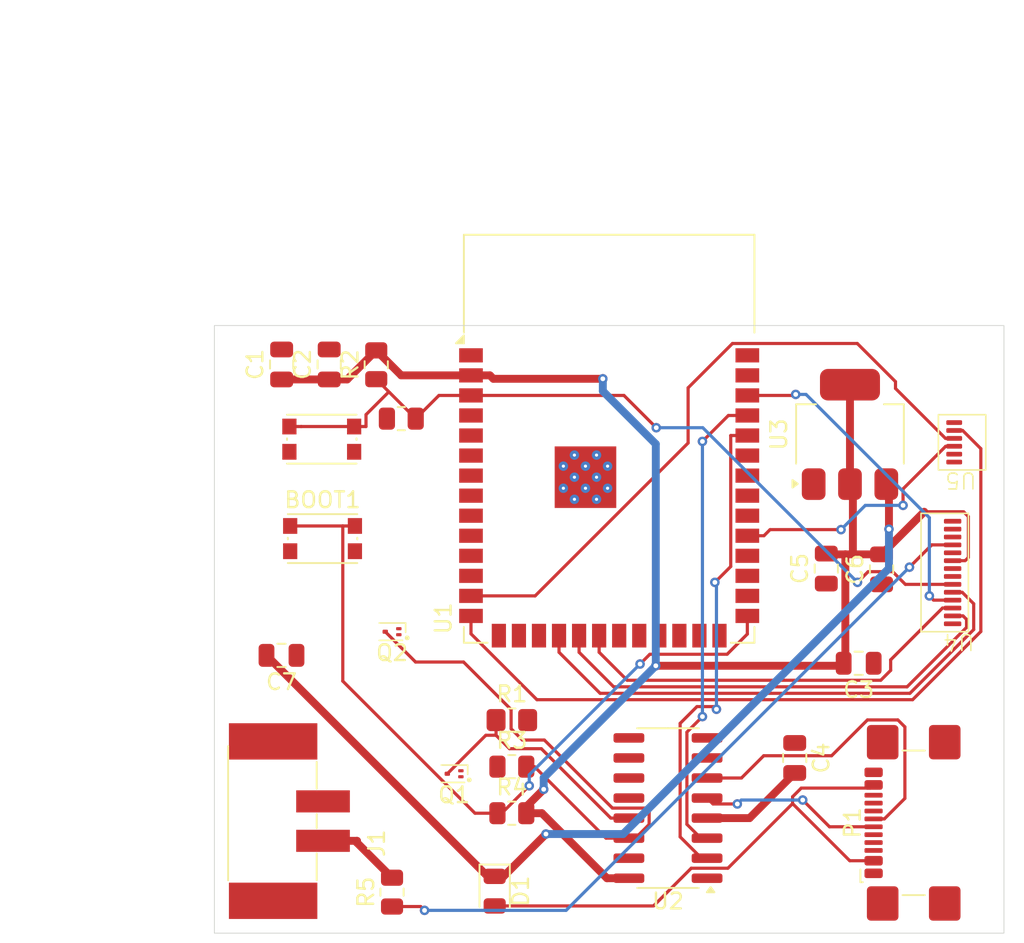
<source format=kicad_pcb>
(kicad_pcb (version 20240108) (generator "pcbnew") (generator_version "8.0")
  (layers (0 "F.Cu" signal) (31 "B.Cu" signal) (34 "B.Paste" user) (35 "F.Paste" user) (36 "B.SilkS" user "B.Silkscreen") (37 "F.SilkS" user "F.Silkscreen") (38 "B.Mask" user) (39 "F.Mask" user) (44 "Edge.Cuts" user))
  (net 0 "")
  (net 2 "3v3")
  (net 12 "Net-(J1-Pin_2)")
  (net 14 "Net-(J1-Pin_1)")
  (net 15 "Net-(U4-LEDA)")
  (net 16 "MCU_TX0")
  (net 21 "MCU_RX0")
  (net 23 "FSPI_CS")
  (net 28 "TFT_DC")
  (net 34 "TOUCH_INT")
  (net 35 "FSPID_MOSI")
  (net 37 "MCU_EN")
  (net 38 "GND")
  (net 39 "Net-(EN1-Pad1)")
  (net 47 "IO0")
  (net 48 "Net-(U2-V3)")
  (net 49 "Net-(D1-A)")
  (net 50 "VBUS")
  (net 53 "Net-(Q2-E)")
  (net 54 "Net-(Q2-B)")
  (net 55 "Net-(Q1-E)")
  (net 56 "Net-(Q1-B)")
  (net 57 "Net-(P1-D-)")
  (net 58 "Net-(P1-D+)")
  (net 59 "FSPI_CLK")
  (net 60 "FT0x05_SDA")
  (net 61 "FT0x05_SCL")
  (footprint "Resistor_SMD:R_0805_2012Metric" (layer "F.Cu") (at 152.5875 86)
    (property "Reference" "R10" (hide yes))
    (property "Value" "R")
    (fp_line (start -0.227064 -0.735) (end 0.227064 -0.735) (stroke (width 0.12)) (layer "F.SilkS"))
    (fp_line (start -0.227064 0.735) (end 0.227064 0.735) (stroke (width 0.12)) (layer "F.SilkS"))
    (pad "1" smd roundrect (at -0.9125 0) (size 1.025 1.4) (layers "F.Cu" "F.Paste" "F.Mask") (roundrect_rratio 0.243902) (net 39 "Net-(EN1-Pad1)"))
    (pad "2" smd roundrect (at 0.9125 0) (size 1.025 1.4) (layers "F.Cu" "F.Paste" "F.Mask") (roundrect_rratio 0.243902) (net 37 "MCU_EN"))
  )
  (footprint "Capacitor_SMD:C_0805_2012Metric" (layer "F.Cu") (at 177.5 107.5 -90)
    (property "Reference" "C4" (at 0 -1.68 90) (layer "F.SilkS"))
    (property "Value" "0.1u")
    (fp_line (start -0.261252 0.735) (end 0.261252 0.735) (stroke (width 0.12)) (layer "F.SilkS"))
    (fp_line (start -0.261252 -0.735) (end 0.261252 -0.735) (stroke (width 0.12)) (layer "F.SilkS"))
    (pad "1" smd roundrect (at -0.95 0 270) (size 1 1.45) (layers "F.Cu" "F.Paste" "F.Mask") (net 38 "GND"))
    (pad "2" smd roundrect (at 0.95 0 270) (size 1 1.45) (layers "F.Cu" "F.Paste" "F.Mask") (net 48 "Net-(U2-V3)"))
  )
  (footprint "Capacitor_SMD:C_0805_2012Metric" (layer "F.Cu") (at 145.01 82.5675 90)
    (property "Reference" "C1" (at 0 -1.68 -90) (layer "F.SilkS"))
    (property "Value" "0.1u")
    (fp_line (start -0.261252 -0.735) (end 0.261252 -0.735) (stroke (width 0.12)) (layer "F.SilkS"))
    (fp_line (start -0.261252 0.735) (end 0.261252 0.735) (stroke (width 0.12)) (layer "F.SilkS"))
    (pad "1" smd roundrect (at -0.95 0 90) (size 1 1.45) (layers "F.Cu" "F.Paste" "F.Mask") (net 2 "3v3"))
    (pad "2" smd roundrect (at 0.95 0 90) (size 1 1.45) (layers "F.Cu" "F.Paste" "F.Mask") (net 38 "GND"))
  )
  (footprint "RF_Module:ESP32-S3-WROOM-1" (layer "F.Cu") (at 165.75 87.25)
    (property "Reference" "U1" (at -10.5 11.4 90) (layer "F.SilkS"))
    (property "Value" "ESP32-S3-WROOM-1")
    (fp_line (start -9.2 -12.9) (end -9.2 -6.7) (stroke (width 0.12)) (layer "F.SilkS"))
    (fp_line (start -9.2 -12.9) (end 9.2 -12.9) (stroke (width 0.12)) (layer "F.SilkS"))
    (fp_line (start -9.2 11.95) (end -9.2 12.95) (stroke (width 0.12)) (layer "F.SilkS"))
    (fp_line (start -9.2 12.95) (end -7.7 12.95) (stroke (width 0.12)) (layer "F.SilkS"))
    (fp_line (start 9.2 -12.9) (end 9.2 -6.7) (stroke (width 0.12)) (layer "F.SilkS"))
    (fp_line (start 9.2 12.95) (end 7.7 12.95) (stroke (width 0.12)) (layer "F.SilkS"))
    (fp_line (start 9.2 12.95) (end 9.2 11.95) (stroke (width 0.12)) (layer "F.SilkS"))
    (fp_poly (pts (xy -9.2 -6.025) (xy -9.7 -6.025) (xy -9.2 -6.525) (xy -9.2 -6.025)) (stroke (width 0.12)) (fill solid) (layer "F.SilkS"))
    (pad "1" smd rect (at -8.75 -5.26) (size 1.5 0.9) (layers "F.Cu" "F.Paste" "F.Mask") (net 38 "GND"))
    (pad "2" smd rect (at -8.75 -3.99) (size 1.5 0.9) (layers "F.Cu" "F.Paste" "F.Mask") (net 2 "3v3"))
    (pad "3" smd rect (at -8.75 -2.72) (size 1.5 0.9) (layers "F.Cu" "F.Paste" "F.Mask") (net 37 "MCU_EN"))
    (pad "4" smd rect (at -8.75 -1.45) (size 1.5 0.9) (layers "F.Cu" "F.Paste" "F.Mask"))
    (pad "5" smd rect (at -8.75 -0.18) (size 1.5 0.9) (layers "F.Cu" "F.Paste" "F.Mask"))
    (pad "6" smd rect (at -8.75 1.09) (size 1.5 0.9) (layers "F.Cu" "F.Paste" "F.Mask"))
    (pad "7" smd rect (at -8.75 2.36) (size 1.5 0.9) (layers "F.Cu" "F.Paste" "F.Mask"))
    (pad "8" smd rect (at -8.75 3.63) (size 1.5 0.9) (layers "F.Cu" "F.Paste" "F.Mask"))
    (pad "9" smd rect (at -8.75 4.9) (size 1.5 0.9) (layers "F.Cu" "F.Paste" "F.Mask"))
    (pad "10" smd rect (at -8.75 6.17) (size 1.5 0.9) (layers "F.Cu" "F.Paste" "F.Mask"))
    (pad "11" smd rect (at -8.75 7.44) (size 1.5 0.9) (layers "F.Cu" "F.Paste" "F.Mask"))
    (pad "12" smd rect (at -8.75 8.71) (size 1.5 0.9) (layers "F.Cu" "F.Paste" "F.Mask"))
    (pad "13" smd rect (at -8.75 9.98) (size 1.5 0.9) (layers "F.Cu" "F.Paste" "F.Mask") (net 61 "FT0x05_SCL"))
    (pad "14" smd rect (at -8.75 11.25 180) (size 1.5 0.9) (layers "F.Cu" "F.Paste" "F.Mask") (net 60 "FT0x05_SDA"))
    (pad "15" smd rect (at -6.985 12.5 270) (size 1.5 0.9) (layers "F.Cu" "F.Paste" "F.Mask"))
    (pad "16" smd rect (at -5.715 12.5 270) (size 1.5 0.9) (layers "F.Cu" "F.Paste" "F.Mask"))
    (pad "17" smd rect (at -4.445 12.5 270) (size 1.5 0.9) (layers "F.Cu" "F.Paste" "F.Mask"))
    (pad "18" smd rect (at -3.175 12.5 270) (size 1.5 0.9) (layers "F.Cu" "F.Paste" "F.Mask") (net 23 "FSPI_CS"))
    (pad "19" smd rect (at -1.905 12.5 270) (size 1.5 0.9) (layers "F.Cu" "F.Paste" "F.Mask") (net 35 "FSPID_MOSI"))
    (pad "20" smd rect (at -0.635 12.5 270) (size 1.5 0.9) (layers "F.Cu" "F.Paste" "F.Mask") (net 59 "FSPI_CLK"))
    (pad "21" smd rect (at 0.635 12.5 270) (size 1.5 0.9) (layers "F.Cu" "F.Paste" "F.Mask"))
    (pad "22" smd rect (at 1.905 12.5 270) (size 1.5 0.9) (layers "F.Cu" "F.Paste" "F.Mask"))
    (pad "23" smd rect (at 3.175 12.5 270) (size 1.5 0.9) (layers "F.Cu" "F.Paste" "F.Mask"))
    (pad "24" smd rect (at 4.445 12.5 270) (size 1.5 0.9) (layers "F.Cu" "F.Paste" "F.Mask"))
    (pad "25" smd rect (at 5.715 12.5 270) (size 1.5 0.9) (layers "F.Cu" "F.Paste" "F.Mask"))
    (pad "26" smd rect (at 6.985 12.5 270) (size 1.5 0.9) (layers "F.Cu" "F.Paste" "F.Mask"))
    (pad "27" smd rect (at 8.75 11.25) (size 1.5 0.9) (layers "F.Cu" "F.Paste" "F.Mask") (net 47 "IO0"))
    (pad "28" smd rect (at 8.75 9.98) (size 1.5 0.9) (layers "F.Cu" "F.Paste" "F.Mask"))
    (pad "29" smd rect (at 8.75 8.71) (size 1.5 0.9) (layers "F.Cu" "F.Paste" "F.Mask"))
    (pad "30" smd rect (at 8.75 7.44) (size 1.5 0.9) (layers "F.Cu" "F.Paste" "F.Mask"))
    (pad "31" smd rect (at 8.75 6.17) (size 1.5 0.9) (layers "F.Cu" "F.Paste" "F.Mask") (net 34 "TOUCH_INT"))
    (pad "32" smd rect (at 8.75 4.9) (size 1.5 0.9) (layers "F.Cu" "F.Paste" "F.Mask"))
    (pad "33" smd rect (at 8.75 3.63) (size 1.5 0.9) (layers "F.Cu" "F.Paste" "F.Mask"))
    (pad "34" smd rect (at 8.75 2.36) (size 1.5 0.9) (layers "F.Cu" "F.Paste" "F.Mask"))
    (pad "35" smd rect (at 8.75 1.09) (size 1.5 0.9) (layers "F.Cu" "F.Paste" "F.Mask"))
    (pad "36" smd rect (at 8.75 -0.18) (size 1.5 0.9) (layers "F.Cu" "F.Paste" "F.Mask") (net 21 "MCU_RX0"))
    (pad "37" smd rect (at 8.75 -1.45) (size 1.5 0.9) (layers "F.Cu" "F.Paste" "F.Mask") (net 16 "MCU_TX0"))
    (pad "38" smd rect (at 8.75 -2.72) (size 1.5 0.9) (layers "F.Cu" "F.Paste" "F.Mask") (net 28 "TFT_DC"))
    (pad "39" smd rect (at 8.75 -3.99) (size 1.5 0.9) (layers "F.Cu" "F.Paste" "F.Mask"))
    (pad "40" smd rect (at 8.75 -5.26) (size 1.5 0.9) (layers "F.Cu" "F.Paste" "F.Mask") (net 38 "GND"))
    (pad "41" thru_hole circle (at -2.9 1.76 90) (size 0.6 0.6) (drill 0.2) (property pad_prop_heatsink) (layers "*.Cu" "F.Mask") (net 38 "GND"))
    (pad "41" thru_hole circle (at -2.9 3.16) (size 0.6 0.6) (drill 0.2) (property pad_prop_heatsink) (layers "*.Cu" "F.Mask") (net 38 "GND"))
    (pad "41" thru_hole circle (at -2.2 1.06) (size 0.6 0.6) (drill 0.2) (property pad_prop_heatsink) (layers "*.Cu" "F.Mask") (net 38 "GND"))
    (pad "41" thru_hole circle (at -2.2 2.46) (size 0.6 0.6) (drill 0.2) (property pad_prop_heatsink) (layers "*.Cu" "F.Mask") (net 38 "GND"))
    (pad "41" thru_hole circle (at -2.2 3.86) (size 0.6 0.6) (drill 0.2) (property pad_prop_heatsink) (layers "*.Cu" "F.Mask") (net 38 "GND"))
    (pad "41" thru_hole circle (at -1.5 1.76) (size 0.6 0.6) (drill 0.2) (property pad_prop_heatsink) (layers "*.Cu" "F.Mask") (net 38 "GND"))
    (pad "41" smd rect (at -1.5 2.46 270) (size 3.9 3.9) (layers "F.Cu" "F.Mask") (net 38 "GND"))
    (pad "41" thru_hole circle (at -1.5 3.16) (size 0.6 0.6) (drill 0.2) (property pad_prop_heatsink) (layers "*.Cu" "F.Mask") (net 38 "GND"))
    (pad "41" thru_hole circle (at -0.8 1.06) (size 0.6 0.6) (drill 0.2) (property pad_prop_heatsink) (layers "*.Cu" "F.Mask") (net 38 "GND"))
    (pad "41" thru_hole circle (at -0.8 2.46) (size 0.6 0.6) (drill 0.2) (property pad_prop_heatsink) (layers "*.Cu" "F.Mask") (net 38 "GND"))
    (pad "41" thru_hole circle (at -0.8 3.86) (size 0.6 0.6) (drill 0.2) (property pad_prop_heatsink) (layers "*.Cu" "F.Mask") (net 38 "GND"))
    (pad "41" thru_hole circle (at -0.1 1.76) (size 0.6 0.6) (drill 0.2) (property pad_prop_heatsink) (layers "*.Cu" "F.Mask") (net 38 "GND"))
    (pad "41" thru_hole circle (at -0.1 3.16) (size 0.6 0.6) (drill 0.2) (property pad_prop_heatsink) (layers "*.Cu" "F.Mask") (net 38 "GND"))
  )
  (footprint "ips_lcd_14_pin:fpc_14_0.5" (layer "F.Cu") (at 186.5 96 180)
    (property "Reference" "U4" (at -1.393142 -4.144339 180) (layer "F.SilkS") (effects (font (thickness 0.1))))
    (property "Value" "~" (hide yes))
    (fp_rect (start -2 -3.5) (end 1 4) (stroke (width 0.1)) (fill none) (layer "F.SilkS"))
    (pad "1" smd roundrect (at -1 -3 180) (size 1.1 0.3) (layers "F.Cu" "F.Paste" "F.Mask") (net 38 "GND"))
    (pad "2" smd roundrect (at -1 -2.5 180) (size 1.1 0.3) (layers "F.Cu" "F.Paste" "F.Mask") (net 35 "FSPID_MOSI"))
    (pad "3" smd roundrect (at -1 -2 180) (size 1.1 0.3) (layers "F.Cu" "F.Paste" "F.Mask") (net 59 "FSPI_CLK"))
    (pad "4" smd roundrect (at -1 -1.5 180) (size 1.1 0.3) (layers "F.Cu" "F.Paste" "F.Mask") (net 28 "TFT_DC"))
    (pad "5" smd roundrect (at -1 -1 180) (size 1.1 0.3) (layers "F.Cu" "F.Paste" "F.Mask") (net 23 "FSPI_CS"))
    (pad "6" smd roundrect (at -1 -0.5 180) (size 1.1 0.3) (layers "F.Cu" "F.Paste" "F.Mask") (net 37 "MCU_EN"))
    (pad "7" smd roundrect (at -1 0 180) (size 1.1 0.3) (layers "F.Cu" "F.Paste" "F.Mask") (net 38 "GND"))
    (pad "8" smd roundrect (at -1 0.5 180) (size 1.1 0.3) (layers "F.Cu" "F.Paste" "F.Mask") (net 2 "3v3"))
    (pad "9" smd roundrect (at -1 1 180) (size 1.1 0.3) (layers "F.Cu" "F.Paste" "F.Mask") (net 2 "3v3"))
    (pad "10" smd roundrect (at -1 1.5 180) (size 1.1 0.3) (layers "F.Cu" "F.Paste" "F.Mask"))
    (pad "11" smd roundrect (at -1 2 180) (size 1.1 0.3) (layers "F.Cu" "F.Paste" "F.Mask") (net 15 "Net-(U4-LEDA)"))
    (pad "12" smd roundrect (at -1 2.5 180) (size 1.1 0.3) (layers "F.Cu" "F.Paste" "F.Mask") (net 12 "Net-(J1-Pin_2)"))
    (pad "13" smd roundrect (at -1 3 180) (size 1.1 0.3) (layers "F.Cu" "F.Paste" "F.Mask"))
    (pad "14" smd roundrect (at -1 3.5 180) (size 1.1 0.3) (layers "F.Cu" "F.Paste" "F.Mask") (net 38 "GND"))
  )
  (footprint "Button_Switch_SMD:SW_Push_1P1T_NO_CK_KMR2" (layer "F.Cu") (at 147.55 87.3)
    (property "Reference" "EN1" (hide yes))
    (property "Value" "EN")
    (fp_line (start -2.2 0.05) (end -2.2 -0.05) (stroke (width 0.12)) (layer "F.SilkS"))
    (fp_line (start -2.2 1.55) (end 2.2 1.55) (stroke (width 0.12)) (layer "F.SilkS"))
    (fp_line (start 2.2 -1.55) (end -2.2 -1.55) (stroke (width 0.12)) (layer "F.SilkS"))
    (fp_line (start 2.2 0.05) (end 2.2 -0.05) (stroke (width 0.12)) (layer "F.SilkS"))
    (pad "1" smd rect (at -2.05 -0.8) (size 0.9 1) (layers "F.Cu" "F.Paste" "F.Mask") (net 37 "MCU_EN"))
    (pad "1" smd rect (at 2.05 -0.8) (size 0.9 1) (layers "F.Cu" "F.Paste" "F.Mask") (net 37 "MCU_EN"))
    (pad "2" smd rect (at -2.05 0.8) (size 0.9 1) (layers "F.Cu" "F.Paste" "F.Mask") (net 38 "GND"))
    (pad "2" smd rect (at 2.05 0.8) (size 0.9 1) (layers "F.Cu" "F.Paste" "F.Mask") (net 38 "GND"))
  )
  (footprint "Resistor_SMD:R_0805_2012Metric" (layer "F.Cu") (at 159.5875 111)
    (property "Reference" "R4" (at 0 -1.65 0) (layer "F.SilkS"))
    (property "Value" "10k")
    (fp_line (start -0.227064 -0.735) (end 0.227064 -0.735) (stroke (width 0.12)) (layer "F.SilkS"))
    (fp_line (start -0.227064 0.735) (end 0.227064 0.735) (stroke (width 0.12)) (layer "F.SilkS"))
    (pad "1" smd roundrect (at -0.9125 0) (size 1.025 1.4) (layers "F.Cu" "F.Paste" "F.Mask") (roundrect_rratio 0.243902) (net 47 "IO0"))
    (pad "2" smd roundrect (at 0.9125 0) (size 1.025 1.4) (layers "F.Cu" "F.Paste" "F.Mask") (roundrect_rratio 0.243902) (net 2 "3v3"))
  )
  (footprint "Resistor_SMD:R_0805_2012Metric" (layer "F.Cu") (at 159.5875 108.05)
    (property "Reference" "R3" (at 0 -1.65 0) (layer "F.SilkS"))
    (property "Value" "10k")
    (fp_line (start -0.227064 -0.735) (end 0.227064 -0.735) (stroke (width 0.12)) (layer "F.SilkS"))
    (fp_line (start -0.227064 0.735) (end 0.227064 0.735) (stroke (width 0.12)) (layer "F.SilkS"))
    (pad "1" smd roundrect (at -0.9125 0) (size 1.025 1.4) (layers "F.Cu" "F.Paste" "F.Mask") (roundrect_rratio 0.243902) (net 56 "Net-(Q1-B)"))
    (pad "2" smd roundrect (at 0.9125 0) (size 1.025 1.4) (layers "F.Cu" "F.Paste" "F.Mask") (roundrect_rratio 0.243902) (net 53 "Net-(Q2-E)"))
  )
  (footprint "Capacitor_SMD:C_0805_2012Metric" (layer "F.Cu") (at 145 101 180)
    (property "Reference" "C7" (at 0 -1.68 180) (layer "F.SilkS"))
    (property "Value" "10u")
    (fp_line (start -0.261252 0.735) (end 0.261252 0.735) (stroke (width 0.12)) (layer "F.SilkS"))
    (fp_line (start -0.261252 -0.735) (end 0.261252 -0.735) (stroke (width 0.12)) (layer "F.SilkS"))
    (pad "1" smd roundrect (at -0.95 0 180) (size 1 1.45) (layers "F.Cu" "F.Paste" "F.Mask") (net 38 "GND"))
    (pad "2" smd roundrect (at 0.95 0 180) (size 1 1.45) (layers "F.Cu" "F.Paste" "F.Mask") (net 50 "VBUS"))
  )
  (footprint "Capacitor_SMD:C_0805_2012Metric" (layer "F.Cu") (at 179.5 95.5 90)
    (property "Reference" "C5" (at 0 -1.68 -90) (layer "F.SilkS"))
    (property "Value" "0.1u")
    (fp_line (start -0.261252 -0.735) (end 0.261252 -0.735) (stroke (width 0.12)) (layer "F.SilkS"))
    (fp_line (start -0.261252 0.735) (end 0.261252 0.735) (stroke (width 0.12)) (layer "F.SilkS"))
    (pad "1" smd roundrect (at -0.95 0 90) (size 1 1.45) (layers "F.Cu" "F.Paste" "F.Mask") (net 38 "GND"))
    (pad "2" smd roundrect (at 0.95 0 90) (size 1 1.45) (layers "F.Cu" "F.Paste" "F.Mask") (net 2 "3v3"))
  )
  (footprint "TerminalBlock_Phoenix:TerminalBlock_Phoenix_PTSM-0,5-2-2,5-V-SMD_1x02-1MP_P2.50mm_Vertical" (layer "F.Cu") (at 145.5 111.5 90)
    (property "Reference" "J1" (at -1.4 5.53 -90) (layer "F.SilkS"))
    (property "Value" "Conn_01x02_Pin")
    (fp_line (start -3.75 -3.88) (end 4.75 -3.88) (stroke (width 0.12)) (layer "F.SilkS"))
    (fp_line (start 3.75 1.73) (end 2.05 1.73) (stroke (width 0.12)) (layer "F.SilkS"))
    (fp_line (start 0.45 1.73) (end -0.45 1.73) (stroke (width 0.12)) (layer "F.SilkS"))
    (fp_line (start -2.05 1.73) (end -3.75 1.73) (stroke (width 0.12)) (layer "F.SilkS"))
    (pad "1" smd rect (at -1.25 2.13 270) (size 1.4 3.4) (layers "F.Cu" "F.Paste" "F.Mask") (net 14 "Net-(J1-Pin_1)"))
    (pad "2" smd rect (at 1.25 2.13 270) (size 1.4 3.4) (layers "F.Cu" "F.Paste" "F.Mask") (net 12 "Net-(J1-Pin_2)"))
    (pad "MP" smd rect (at -5.05 -1.03 270) (size 2.3 5.6) (layers "F.Cu" "F.Paste" "F.Mask"))
    (pad "MP" smd rect (at 5.05 -1.03 270) (size 2.3 5.6) (layers "F.Cu" "F.Paste" "F.Mask"))
  )
  (footprint "Package_TO_SOT_SMD:SOT-1123" (layer "F.Cu") (at 155.93 108.5 180)
    (property "Reference" "Q1" (at 0 -1.34 180) (layer "F.SilkS"))
    (property "Value" "NPN")
    (fp_line (start 0.81 -0.55) (end -0.66 -0.55) (stroke (width 0.1)) (layer "F.SilkS"))
    (fp_line (start -0.86 0.55) (end 0.81 0.55) (stroke (width 0.1)) (layer "F.SilkS"))
    (fp_line (start -0.86 -0.04) (end -0.86 0.55) (stroke (width 0.1)) (layer "F.SilkS"))
    (fp_circle (center -0.96 -0.39) (end -0.81 -0.39) (fill solid) (layer "F.SilkS"))
    (pad "1" smd roundrect (at -0.43 -0.19 180) (size 0.34 0.2) (layers "F.Cu" "F.Paste" "F.Mask") (net 47 "IO0"))
    (pad "2" smd roundrect (at -0.43 0.19 180) (size 0.34 0.2) (layers "F.Cu" "F.Paste" "F.Mask") (net 56 "Net-(Q1-B)"))
    (pad "3" smd roundrect (at 0.43 0 180) (size 0.34 0.26) (layers "F.Cu" "F.Paste" "F.Mask") (net 55 "Net-(Q1-E)"))
  )
  (footprint "Capacitor_SMD:C_0805_2012Metric" (layer "F.Cu") (at 148.02 82.5675 90)
    (property "Reference" "C2" (at 0 -1.68 -90) (layer "F.SilkS"))
    (property "Value" "10u")
    (fp_line (start -0.261252 -0.735) (end 0.261252 -0.735) (stroke (width 0.12)) (layer "F.SilkS"))
    (fp_line (start -0.261252 0.735) (end 0.261252 0.735) (stroke (width 0.12)) (layer "F.SilkS"))
    (pad "1" smd roundrect (at -0.95 0 90) (size 1 1.45) (layers "F.Cu" "F.Paste" "F.Mask") (net 2 "3v3"))
    (pad "2" smd roundrect (at 0.95 0 90) (size 1 1.45) (layers "F.Cu" "F.Paste" "F.Mask") (net 38 "GND"))
  )
  (footprint "Package_SO:SOIC-16_3.9x9.9mm_P1.27mm" (layer "F.Cu") (at 169.475 110.675 180)
    (property "Reference" "U2" (at 0 -5.9 180) (layer "F.SilkS"))
    (property "Value" "CH340C")
    (fp_line (start 0 5.06) (end 1.95 5.06) (stroke (width 0.12)) (layer "F.SilkS"))
    (fp_line (start 0 5.06) (end -1.95 5.06) (stroke (width 0.12)) (layer "F.SilkS"))
    (fp_line (start 0 -5.06) (end 1.95 -5.06) (stroke (width 0.12)) (layer "F.SilkS"))
    (fp_line (start 0 -5.06) (end -1.95 -5.06) (stroke (width 0.12)) (layer "F.SilkS"))
    (fp_poly (pts (xy -2.7 -5.005) (xy -2.94 -5.335) (xy -2.46 -5.335) (xy -2.7 -5.005)) (stroke (width 0.12)) (fill solid) (layer "F.SilkS"))
    (pad "1" smd roundrect (at -2.475 -4.445 180) (size 1.95 0.6) (layers "F.Cu" "F.Paste" "F.Mask") (net 38 "GND"))
    (pad "2" smd roundrect (at -2.475 -3.175 180) (size 1.95 0.6) (layers "F.Cu" "F.Paste" "F.Mask") (net 21 "MCU_RX0"))
    (pad "3" smd roundrect (at -2.475 -1.905 180) (size 1.95 0.6) (layers "F.Cu" "F.Paste" "F.Mask") (net 16 "MCU_TX0"))
    (pad "4" smd roundrect (at -2.475 -0.635 180) (size 1.95 0.6) (layers "F.Cu" "F.Paste" "F.Mask") (net 48 "Net-(U2-V3)"))
    (pad "5" smd roundrect (at -2.475 0.635 180) (size 1.95 0.6) (layers "F.Cu" "F.Paste" "F.Mask") (net 58 "Net-(P1-D+)"))
    (pad "6" smd roundrect (at -2.475 1.905 180) (size 1.95 0.6) (layers "F.Cu" "F.Paste" "F.Mask") (net 57 "Net-(P1-D-)"))
    (pad "7" smd roundrect (at -2.475 3.175 180) (size 1.95 0.6) (layers "F.Cu" "F.Paste" "F.Mask"))
    (pad "8" smd roundrect (at -2.475 4.445 180) (size 1.95 0.6) (layers "F.Cu" "F.Paste" "F.Mask"))
    (pad "9" smd roundrect (at 2.475 4.445 180) (size 1.95 0.6) (layers "F.Cu" "F.Paste" "F.Mask"))
    (pad "10" smd roundrect (at 2.475 3.175 180) (size 1.95 0.6) (layers "F.Cu" "F.Paste" "F.Mask"))
    (pad "11" smd roundrect (at 2.475 1.905 180) (size 1.95 0.6) (layers "F.Cu" "F.Paste" "F.Mask"))
    (pad "12" smd roundrect (at 2.475 0.635 180) (size 1.95 0.6) (layers "F.Cu" "F.Paste" "F.Mask"))
    (pad "13" smd roundrect (at 2.475 -0.635 180) (size 1.95 0.6) (layers "F.Cu" "F.Paste" "F.Mask") (net 55 "Net-(Q1-E)"))
    (pad "14" smd roundrect (at 2.475 -1.905 180) (size 1.95 0.6) (layers "F.Cu" "F.Paste" "F.Mask") (net 53 "Net-(Q2-E)"))
    (pad "15" smd roundrect (at 2.475 -3.175 180) (size 1.95 0.6) (layers "F.Cu" "F.Paste" "F.Mask"))
    (pad "16" smd roundrect (at 2.475 -4.445 180) (size 1.95 0.6) (layers "F.Cu" "F.Paste" "F.Mask") (net 2 "3v3"))
  )
  (footprint "Package_TO_SOT_SMD:SOT-223-3_TabPin2" (layer "F.Cu") (at 181 87 90)
    (property "Reference" "U3" (at 0 -4.5 -90) (layer "F.SilkS"))
    (property "Value" "AMS1117-3.3")
    (fp_line (start 1.91 -3.41) (end 1.91 -2.15) (stroke (width 0.12)) (layer "F.SilkS"))
    (fp_line (start -1.85 -3.41) (end 1.91 -3.41) (stroke (width 0.12)) (layer "F.SilkS"))
    (fp_line (start 1.91 3.41) (end 1.91 2.15) (stroke (width 0.12)) (layer "F.SilkS"))
    (fp_line (start -1.85 3.41) (end 1.91 3.41) (stroke (width 0.12)) (layer "F.SilkS"))
    (fp_poly (pts (xy -3.13 -3.31) (xy -3.37 -3.64) (xy -2.89 -3.64) (xy -3.13 -3.31)) (stroke (width 0.12)) (fill solid) (layer "F.SilkS"))
    (pad "1" smd roundrect (at -3.15 -2.3 90) (size 2 1.5) (layers "F.Cu" "F.Paste" "F.Mask") (net 38 "GND"))
    (pad "2" smd roundrect (at -3.15 0 90) (size 2 1.5) (layers "F.Cu" "F.Paste" "F.Mask") (net 2 "3v3"))
    (pad "2" smd roundrect (at 3.15 0 90) (size 2 3.8) (layers "F.Cu" "F.Paste" "F.Mask") (net 2 "3v3"))
    (pad "3" smd roundrect (at -3.15 2.3 90) (size 2 1.5) (layers "F.Cu" "F.Paste" "F.Mask") (net 50 "VBUS"))
  )
  (footprint "Capacitor_SMD:C_0805_2012Metric" (layer "F.Cu") (at 181.55 101.5 180)
    (property "Reference" "C3" (at 0 -1.68 180) (layer "F.SilkS"))
    (property "Value" "0.1u")
    (fp_line (start -0.261252 0.735) (end 0.261252 0.735) (stroke (width 0.12)) (layer "F.SilkS"))
    (fp_line (start -0.261252 -0.735) (end 0.261252 -0.735) (stroke (width 0.12)) (layer "F.SilkS"))
    (pad "1" smd roundrect (at -0.95 0 180) (size 1 1.45) (layers "F.Cu" "F.Paste" "F.Mask") (net 38 "GND"))
    (pad "2" smd roundrect (at 0.95 0 180) (size 1 1.45) (layers "F.Cu" "F.Paste" "F.Mask") (net 2 "3v3"))
  )
  (footprint "Resistor_SMD:R_0805_2012Metric_Pad1.20x1.40mm_HandSolder" (layer "F.Cu") (at 159.5875 105.1)
    (property "Reference" "R1" (at 0 -1.65 0) (layer "F.SilkS"))
    (property "Value" "10k")
    (fp_line (start -0.227064 -0.735) (end 0.227064 -0.735) (stroke (width 0.12)) (layer "F.SilkS"))
    (fp_line (start -0.227064 0.735) (end 0.227064 0.735) (stroke (width 0.12)) (layer "F.SilkS"))
    (pad "1" smd roundrect (at -1 0) (size 1.2 1.4) (layers "F.Cu" "F.Paste" "F.Mask") (roundrect_rratio 0.208333) (net 55 "Net-(Q1-E)"))
    (pad "2" smd roundrect (at 1 0) (size 1.2 1.4) (layers "F.Cu" "F.Paste" "F.Mask") (roundrect_rratio 0.208333) (net 54 "Net-(Q2-B)"))
  )
  (footprint "Diode_SMD:D_0805_2012Metric" (layer "F.Cu") (at 158.5 115.9375 -90)
    (property "Reference" "D1" (at 0 -1.65 90) (layer "F.SilkS"))
    (property "Value" "D")
    (fp_line (start -1.685 0.96) (end 1 0.96) (stroke (width 0.12)) (layer "F.SilkS"))
    (fp_line (start -1.685 -0.96) (end -1.685 0.96) (stroke (width 0.12)) (layer "F.SilkS"))
    (fp_line (start 1 -0.96) (end -1.685 -0.96) (stroke (width 0.12)) (layer "F.SilkS"))
    (pad "1" smd roundrect (at -0.9375 0 270) (size 0.975 1.4) (layers "F.Cu" "F.Paste" "F.Mask") (net 50 "VBUS"))
    (pad "2" smd roundrect (at 0.9375 0 270) (size 0.975 1.4) (layers "F.Cu" "F.Paste" "F.Mask") (net 49 "Net-(D1-A)"))
  )
  (footprint "Button_Switch_SMD:SW_Push_1P1T_NO_CK_KMR2" (layer "F.Cu") (at 147.6 93.6)
    (property "Reference" "BOOT1" (at 0 -2.45 0) (layer "F.SilkS"))
    (property "Value" "BOOT")
    (fp_line (start -2.2 0.05) (end -2.2 -0.05) (stroke (width 0.12)) (layer "F.SilkS"))
    (fp_line (start -2.2 1.55) (end 2.2 1.55) (stroke (width 0.12)) (layer "F.SilkS"))
    (fp_line (start 2.2 -1.55) (end -2.2 -1.55) (stroke (width 0.12)) (layer "F.SilkS"))
    (fp_line (start 2.2 0.05) (end 2.2 -0.05) (stroke (width 0.12)) (layer "F.SilkS"))
    (pad "1" smd rect (at -2.05 -0.8) (size 0.9 1) (layers "F.Cu" "F.Paste" "F.Mask") (net 47 "IO0"))
    (pad "1" smd rect (at 2.05 -0.8) (size 0.9 1) (layers "F.Cu" "F.Paste" "F.Mask") (net 47 "IO0"))
    (pad "2" smd rect (at -2.05 0.8) (size 0.9 1) (layers "F.Cu" "F.Paste" "F.Mask") (net 38 "GND"))
    (pad "2" smd rect (at 2.05 0.8) (size 0.9 1) (layers "F.Cu" "F.Paste" "F.Mask") (net 38 "GND"))
  )
  (footprint "Package_TO_SOT_SMD:SOT-1123" (layer "F.Cu") (at 152 99.5 180)
    (property "Reference" "Q2" (at 0 -1.34 180) (layer "F.SilkS"))
    (property "Value" "NPN")
    (fp_line (start 0.81 -0.55) (end -0.66 -0.55) (stroke (width 0.1)) (layer "F.SilkS"))
    (fp_line (start -0.86 0.55) (end 0.81 0.55) (stroke (width 0.1)) (layer "F.SilkS"))
    (fp_line (start -0.86 -0.04) (end -0.86 0.55) (stroke (width 0.1)) (layer "F.SilkS"))
    (fp_circle (center -0.96 -0.39) (end -0.81 -0.39) (fill solid) (layer "F.SilkS"))
    (pad "1" smd roundrect (at -0.43 -0.19 180) (size 0.34 0.2) (layers "F.Cu" "F.Paste" "F.Mask") (net 37 "MCU_EN"))
    (pad "2" smd roundrect (at -0.43 0.19 180) (size 0.34 0.2) (layers "F.Cu" "F.Paste" "F.Mask") (net 54 "Net-(Q2-B)"))
    (pad "3" smd roundrect (at 0.43 0 180) (size 0.34 0.26) (layers "F.Cu" "F.Paste" "F.Mask") (net 53 "Net-(Q2-E)"))
  )
  (footprint "Resistor_SMD:R_0805_2012Metric" (layer "F.Cu") (at 151 82.5875 90)
    (property "Reference" "R2" (at 0 -1.65 -90) (layer "F.SilkS"))
    (property "Value" "10k")
    (fp_line (start -0.227064 -0.735) (end 0.227064 -0.735) (stroke (width 0.12)) (layer "F.SilkS"))
    (fp_line (start -0.227064 0.735) (end 0.227064 0.735) (stroke (width 0.12)) (layer "F.SilkS"))
    (pad "1" smd roundrect (at -0.9125 0 90) (size 1.025 1.4) (layers "F.Cu" "F.Paste" "F.Mask") (roundrect_rratio 0.243902) (net 37 "MCU_EN"))
    (pad "2" smd roundrect (at 0.9125 0 90) (size 1.025 1.4) (layers "F.Cu" "F.Paste" "F.Mask") (roundrect_rratio 0.243902) (net 2 "3v3"))
  )
  (footprint "Resistor_SMD:R_0805_2012Metric" (layer "F.Cu") (at 152 116 90)
    (property "Reference" "R5" (at 0 -1.65 -90) (layer "F.SilkS"))
    (property "Value" "15R")
    (fp_line (start -0.227064 -0.735) (end 0.227064 -0.735) (stroke (width 0.12)) (layer "F.SilkS"))
    (fp_line (start -0.227064 0.735) (end 0.227064 0.735) (stroke (width 0.12)) (layer "F.SilkS"))
    (pad "1" smd roundrect (at -0.9125 0 90) (size 1.025 1.4) (layers "F.Cu" "F.Paste" "F.Mask") (roundrect_rratio 0.243902) (net 15 "Net-(U4-LEDA)"))
    (pad "2" smd roundrect (at 0.9125 0 90) (size 1.025 1.4) (layers "F.Cu" "F.Paste" "F.Mask") (roundrect_rratio 0.243902) (net 14 "Net-(J1-Pin_1)"))
  )
  (footprint "Capacitor_SMD:C_0805_2012Metric" (layer "F.Cu") (at 183 95.55 90)
    (property "Reference" "C6" (at 0 -1.68 -90) (layer "F.SilkS"))
    (property "Value" "10u")
    (fp_line (start -0.261252 -0.735) (end 0.261252 -0.735) (stroke (width 0.12)) (layer "F.SilkS"))
    (fp_line (start -0.261252 0.735) (end 0.261252 0.735) (stroke (width 0.12)) (layer "F.SilkS"))
    (pad "1" smd roundrect (at -0.95 0 90) (size 1 1.45) (layers "F.Cu" "F.Paste" "F.Mask") (net 38 "GND"))
    (pad "2" smd roundrect (at 0.95 0 90) (size 1 1.45) (layers "F.Cu" "F.Paste" "F.Mask") (net 2 "3v3"))
  )
  (footprint "ips_lcd_14_pin:FT0x05_I2C_Touch" (layer "F.Cu") (at 186.6 87.25 180)
    (property "Reference" "U5" (at -1.422477 -2.659425 180) (layer "F.SilkS") (effects (font (thickness 0.1))))
    (property "Value" "~" (hide yes))
    (fp_rect (start -3 -2) (end 0 1.5) (stroke (width 0.1)) (fill none) (layer "F.SilkS"))
    (pad "1" smd roundrect (at -1 -1.5 180) (size 1 0.3) (layers "F.Cu" "F.Paste" "F.Mask") (net 2 "3v3") (clearance 0.06))
    (pad "2" smd roundrect (at -1 -1 180) (size 1 0.3) (layers "F.Cu" "F.Paste" "F.Mask") (clearance 0.06))
    (pad "3" smd roundrect (at -1 -0.5 180) (size 1 0.3) (layers "F.Cu" "F.Paste" "F.Mask") (net 34 "TOUCH_INT") (clearance 0.06))
    (pad "4" smd roundrect (at -1 0 180) (size 1 0.3) (layers "F.Cu" "F.Paste" "F.Mask") (net 61 "FT0x05_SCL") (clearance 0.06))
    (pad "5" smd roundrect (at -1 0.5 180) (size 1 0.3) (layers "F.Cu" "F.Paste" "F.Mask") (net 60 "FT0x05_SDA") (clearance 0.06))
    (pad "6" smd roundrect (at -1 1 180) (size 1 0.3) (layers "F.Cu" "F.Paste" "F.Mask") (net 38 "GND") (clearance 0.06))
  )
  (footprint "Connector_USB:USB_C_Receptacle_GCT_USB4110" (layer "F.Cu") (at 186.175 111.61 90)
    (property "Reference" "P1" (at 0 -5.015 90) (layer "F.SilkS"))
    (property "Value" "USB_C_Plug_USB2.0")
    (fp_line (start -2.96 -4.515) (end -3.76 -4.515) (stroke (width 0.12)) (layer "F.SilkS"))
    (fp_line (start -3.76 -4.515) (end -3.76 -4.365) (stroke (width 0.12)) (layer "F.SilkS"))
    (fp_line (start 4.58 -0.435) (end 4.58 -1.845) (stroke (width 0.12)) (layer "F.SilkS"))
    (fp_line (start -4.58 -0.435) (end -4.58 -1.845) (stroke (width 0.12)) (layer "F.SilkS"))
    (pad "" np_thru_hole circle (at -2.89 -2.605 90) (size 0.65 0.65) (drill 0.65) (layers "F&B.Cu" "*.Mask"))
    (pad "" np_thru_hole circle (at 2.89 -2.605 90) (size 0.65 0.65) (drill 0.65) (layers "F&B.Cu" "*.Mask"))
    (pad "A1" smd roundrect (at -3.2 -3.68 90) (size 0.6 1.15) (layers "F.Cu" "F.Paste" "F.Mask") (net 38 "GND"))
    (pad "A4" smd roundrect (at -2.4 -3.68 90) (size 0.6 1.15) (layers "F.Cu" "F.Paste" "F.Mask") (net 49 "Net-(D1-A)"))
    (pad "A5" smd roundrect (at -1.25 -3.68 90) (size 0.3 1.15) (layers "F.Cu" "F.Paste" "F.Mask"))
    (pad "A6" smd roundrect (at -0.25 -3.68 90) (size 0.3 1.15) (layers "F.Cu" "F.Paste" "F.Mask") (net 58 "Net-(P1-D+)"))
    (pad "A7" smd roundrect (at 0.25 -3.68 90) (size 0.3 1.15) (layers "F.Cu" "F.Paste" "F.Mask") (net 57 "Net-(P1-D-)"))
    (pad "A8" smd roundrect (at 1.25 -3.68 90) (size 0.3 1.15) (layers "F.Cu" "F.Paste" "F.Mask"))
    (pad "A9" smd roundrect (at 2.4 -3.68 90) (size 0.6 1.15) (layers "F.Cu" "F.Paste" "F.Mask") (net 49 "Net-(D1-A)"))
    (pad "A12" smd roundrect (at 3.2 -3.68 90) (size 0.6 1.15) (layers "F.Cu" "F.Paste" "F.Mask") (net 38 "GND"))
    (pad "B1" smd roundrect (at 3.2 -3.68 90) (size 0.6 1.15) (layers "F.Cu" "F.Paste" "F.Mask") (net 38 "GND"))
    (pad "B4" smd roundrect (at 2.4 -3.68 90) (size 0.6 1.15) (layers "F.Cu" "F.Paste" "F.Mask") (net 49 "Net-(D1-A)"))
    (pad "B5" smd roundrect (at 1.75 -3.68 90) (size 0.3 1.15) (layers "F.Cu" "F.Paste" "F.Mask"))
    (pad "B6" smd roundrect (at 0.75 -3.68 90) (size 0.3 1.15) (layers "F.Cu" "F.Paste" "F.Mask"))
    (pad "B7" smd roundrect (at -0.75 -3.68 90) (size 0.3 1.15) (layers "F.Cu" "F.Paste" "F.Mask"))
    (pad "B8" smd roundrect (at -1.75 -3.68 90) (size 0.3 1.15) (layers "F.Cu" "F.Paste" "F.Mask"))
    (pad "B9" smd roundrect (at -2.4 -3.68 90) (size 0.6 1.15) (layers "F.Cu" "F.Paste" "F.Mask") (net 49 "Net-(D1-A)"))
    (pad "B12" smd roundrect (at -3.2 -3.68 90) (size 0.6 1.15) (layers "F.Cu" "F.Paste" "F.Mask") (net 38 "GND"))
    (pad "S1" smd roundrect (at -5.11 -3.105 90) (size 2.18 2) (layers "F.Cu" "F.Paste" "F.Mask") (roundrect_rratio 0.125) (net 38 "GND"))
    (pad "S1" smd roundrect (at -5.11 0.825 90) (size 2.18 2) (layers "F.Cu" "F.Paste" "F.Mask") (roundrect_rratio 0.125) (net 38 "GND"))
    (pad "S1" smd roundrect (at 5.11 -3.105 90) (size 2.18 2) (layers "F.Cu" "F.Paste" "F.Mask") (roundrect_rratio 0.125) (net 38 "GND"))
    (pad "S1" smd roundrect (at 5.11 0.825 90) (size 2.18 2) (layers "F.Cu" "F.Paste" "F.Mask") (roundrect_rratio 0.125) (net 38 "GND"))
  )
  (gr_rect (start 140.75 80.1) (end 190.75 118.6) (stroke (width 0.05)) (fill none) (layer "Edge.Cuts"))
  (segment (start 181 90.15) (end 181 83.85) (width 0.5) (layer "F.Cu") (net 2))
  (segment (start 180.7071 94.6) (end 180.7071 101.3929) (width 0.5) (layer "F.Cu") (net 2))
  (segment (start 180.7071 94.6) (end 181.1845 94.6) (width 0.5) (layer "F.Cu") (net 2))
  (segment (start 161.6047 109.4853) (end 160.5 110.59) (width 0.5) (layer "F.Cu") (net 2))
  (segment (start 151 81.675) (end 152.585 83.26) (width 0.5) (layer "F.Cu") (net 2))
  (segment (start 185.7 91.9) (end 188.194542 91.9) (width 0.2) (layer "F.Cu") (net 2))
  (segment (start 151 81.675) (end 149.1575 83.5175) (width 0.5) (layer "F.Cu") (net 2))
  (segment (start 165.6117 115.12) (end 161.4917 111) (width 0.5) (layer "F.Cu") (net 2))
  (segment (start 157 83.26) (end 158.2017 83.26) (width 0.5) (layer "F.Cu") (net 2))
  (segment (start 168.7035 101.6573) (end 180.4427 101.6573) (width 0.5) (layer "F.Cu") (net 2))
  (segment (start 152.585 83.26) (end 157 83.26) (width 0.5) (layer "F.Cu") (net 2))
  (segment (start 181.1845 94.6) (end 183 94.6) (width 0.5) (layer "F.Cu") (net 2))
  (segment (start 183 94.6) (end 185.7 91.9) (width 0.5) (layer "F.Cu") (net 2))
  (segment (start 188.5 92.205458) (end 188.5 94.794542) (width 0.2) (layer "F.Cu") (net 2))
  (segment (start 165.3488 83.4751) (end 158.4168 83.4751) (width 0.5) (layer "F.Cu") (net 2))
  (segment (start 180.4427 101.6573) (end 180.6 101.5) (width 0.5) (layer "F.Cu") (net 2))
  (segment (start 188.294542 95) (end 187.5 95) (width 0.2) (layer "F.Cu") (net 2))
  (segment (start 180.7071 101.3929) (end 180.6 101.5) (width 0.5) (layer "F.Cu") (net 2))
  (segment (start 167 115.12) (end 165.6117 115.12) (width 0.5) (layer "F.Cu") (net 2))
  (segment (start 179.55 94.6) (end 179.5 94.55) (width 0.5) (layer "F.Cu") (net 2))
  (segment (start 180.7071 94.6) (end 179.55 94.6) (width 0.5) (layer "F.Cu") (net 2))
  (segment (start 188.194542 91.9) (end 188.5 92.205458) (width 0.2) (layer "F.Cu") (net 2))
  (segment (start 158.4168 83.4751) (end 158.2017 83.26) (width 0.5) (layer "F.Cu") (net 2))
  (segment (start 161.4917 111) (end 160.5 111) (width 0.5) (layer "F.Cu") (net 2))
  (segment (start 148.02 83.5175) (end 145.01 83.5175) (width 0.5) (layer "F.Cu") (net 2))
  (segment (start 160.5 110.59) (end 160.5 111) (width 0.5) (layer "F.Cu") (net 2))
  (segment (start 188.5 94.794542) (end 188.294542 95) (width 0.2) (layer "F.Cu") (net 2))
  (segment (start 181.1845 94.6) (end 181.1845 90.3345) (width 0.5) (layer "F.Cu") (net 2))
  (segment (start 181.1845 90.3345) (end 181 90.15) (width 0.5) (layer "F.Cu") (net 2))
  (segment (start 149.1575 83.5175) (end 148.02 83.5175) (width 0.5) (layer "F.Cu") (net 2))
  (via (at 168.7035 101.6573) (size 0.6) (drill 0.3) (layers "F.Cu" "B.Cu") (net 2))
  (via (at 161.6047 109.4853) (size 0.6) (drill 0.3) (layers "F.Cu" "B.Cu") (net 2))
  (via (at 165.3488 83.4751) (size 0.6) (drill 0.3) (layers "F.Cu" "B.Cu") (net 2))
  (segment (start 165.3488 84.2544) (end 168.7035 87.6091) (width 0.5) (layer "B.Cu") (net 2))
  (segment (start 165.3488 83.4751) (end 165.3488 84.2544) (width 0.5) (layer "B.Cu") (net 2))
  (segment (start 168.7035 101.6573) (end 161.6047 108.7561) (width 0.5) (layer "B.Cu") (net 2))
  (segment (start 168.7035 87.6091) (end 168.7035 101.6573) (width 0.5) (layer "B.Cu") (net 2))
  (segment (start 161.6047 108.7561) (end 161.6047 109.4853) (width 0.5) (layer "B.Cu") (net 2))
  (segment (start 152 115.0875) (end 149.7817 112.8692) (width 0.5) (layer "F.Cu") (net 14))
  (segment (start 149.7817 112.8692) (end 149.7817 112.75) (width 0.5) (layer "F.Cu") (net 14))
  (segment (start 147.63 112.75) (end 149.7817 112.75) (width 0.5) (layer "F.Cu") (net 14))
  (segment (start 186.1783 94) (end 187.5 94) (width 0.2) (layer "F.Cu") (net 15))
  (segment (start 152 116.9125) (end 153.814 116.9125) (width 0.2) (layer "F.Cu") (net 15))
  (segment (start 153.814 116.9125) (end 154.058 117.1565) (width 0.2) (layer "F.Cu") (net 15))
  (segment (start 184.7665 95.4118) (end 186.1783 94) (width 0.2) (layer "F.Cu") (net 15))
  (via (at 154.058 117.1565) (size 0.6) (drill 0.3) (layers "F.Cu" "B.Cu") (net 15))
  (via (at 184.7665 95.4118) (size 0.6) (drill 0.3) (layers "F.Cu" "B.Cu") (net 15))
  (segment (start 163.0218 117.1565) (end 184.7665 95.4118) (width 0.2) (layer "B.Cu") (net 15))
  (segment (start 154.058 117.1565) (end 163.0218 117.1565) (width 0.2) (layer "B.Cu") (net 15))
  (segment (start 173.2996 85.8) (end 171.6565 87.4431) (width 0.2) (layer "F.Cu") (net 16))
  (segment (start 170.6727 111.7014) (end 170.6727 105.8624) (width 0.2) (layer "F.Cu") (net 16))
  (segment (start 171.5513 112.58) (end 170.6727 111.7014) (width 0.2) (layer "F.Cu") (net 16))
  (segment (start 171.95 112.58) (end 171.5513 112.58) (width 0.2) (layer "F.Cu") (net 16))
  (segment (start 174.5 85.8) (end 173.2996 85.8) (width 0.2) (layer "F.Cu") (net 16))
  (segment (start 170.6727 105.8624) (end 171.6565 104.8786) (width 0.2) (layer "F.Cu") (net 16))
  (via (at 171.6565 104.8786) (size 0.6) (drill 0.3) (layers "F.Cu" "B.Cu") (net 16))
  (via (at 171.6565 87.4431) (size 0.6) (drill 0.3) (layers "F.Cu" "B.Cu") (net 16))
  (segment (start 171.6565 87.4431) (end 171.6565 104.8786) (width 0.2) (layer "B.Cu") (net 16))
  (segment (start 173.4483 87.07) (end 173.4483 95.369) (width 0.2) (layer "F.Cu") (net 21))
  (segment (start 171.95 113.85) (end 171.5955 113.85) (width 0.2) (layer "F.Cu") (net 21))
  (segment (start 174.5 87.07) (end 173.4483 87.07) (width 0.2) (layer "F.Cu") (net 21))
  (segment (start 170.2446 112.4991) (end 170.2446 105.3087) (width 0.2) (layer "F.Cu") (net 21))
  (segment (start 171.5955 113.85) (end 170.2446 112.4991) (width 0.2) (layer "F.Cu") (net 21))
  (segment (start 170.2446 105.3087) (end 171.3077 104.2456) (width 0.2) (layer "F.Cu") (net 21))
  (segment (start 172.3757 104.2456) (end 172.5448 104.4147) (width 0.2) (layer "F.Cu") (net 21))
  (segment (start 171.3077 104.2456) (end 172.3757 104.2456) (width 0.2) (layer "F.Cu") (net 21))
  (segment (start 173.4483 95.369) (end 172.4448 96.3725) (width 0.2) (layer "F.Cu") (net 21))
  (via (at 172.5448 104.4147) (size 0.6) (drill 0.3) (layers "F.Cu" "B.Cu") (net 21))
  (via (at 172.4448 96.3725) (size 0.6) (drill 0.3) (layers "F.Cu" "B.Cu") (net 21))
  (segment (start 172.4448 96.3725) (end 172.5448 96.4725) (width 0.2) (layer "B.Cu") (net 21))
  (segment (start 172.5448 96.4725) (end 172.5448 104.4147) (width 0.2) (layer "B.Cu") (net 21))
  (segment (start 188.8342 97.7287) (end 188.8342 99.3644) (width 0.2) (layer "F.Cu") (net 23))
  (segment (start 188.1055 97) (end 188.8342 97.7287) (width 0.2) (layer "F.Cu") (net 23))
  (segment (start 165.1767 103.4034) (end 162.575 100.8017) (width 0.2) (layer "F.Cu") (net 23))
  (segment (start 184.7952 103.4034) (end 165.1767 103.4034) (width 0.2) (layer "F.Cu") (net 23))
  (segment (start 187.5 97) (end 188.1055 97) (width 0.2) (layer "F.Cu") (net 23))
  (segment (start 188.8342 99.3644) (end 184.7952 103.4034) (width 0.2) (layer "F.Cu") (net 23))
  (segment (start 162.575 99.75) (end 162.575 100.8017) (width 0.2) (layer "F.Cu") (net 23))
  (segment (start 177.497 84.53) (end 177.5625 84.4645) (width 0.2) (layer "F.Cu") (net 28))
  (segment (start 186.2963 97.5) (end 187.5 97.5) (width 0.2) (layer "F.Cu") (net 28))
  (segment (start 174.5 84.53) (end 177.497 84.53) (width 0.2) (layer "F.Cu") (net 28))
  (segment (start 186.0268 97.2305) (end 186.2963 97.5) (width 0.2) (layer "F.Cu") (net 28))
  (via (at 186.0268 97.2305) (size 0.6) (drill 0.3) (layers "F.Cu" "B.Cu") (net 28))
  (via (at 177.5625 84.4645) (size 0.6) (drill 0.3) (layers "F.Cu" "B.Cu") (net 28))
  (segment (start 177.5625 84.4645) (end 178.2161 84.4645) (width 0.2) (layer "B.Cu") (net 28))
  (segment (start 186.0268 92.2752) (end 186.0268 97.2305) (width 0.2) (layer "B.Cu") (net 28))
  (segment (start 178.2161 84.4645) (end 186.0268 92.2752) (width 0.2) (layer "B.Cu") (net 28))
  (segment (start 184.3616 90.4507) (end 184.3616 91.495) (width 0.2) (layer "F.Cu") (net 34))
  (segment (start 180.4328 93.0332) (end 175.9385 93.0332) (width 0.2) (layer "F.Cu") (net 34))
  (segment (start 175.9385 93.0332) (end 175.5517 93.42) (width 0.2) (layer "F.Cu") (net 34))
  (segment (start 187.6 87.75) (end 187.0623 87.75) (width 0.2) (layer "F.Cu") (net 34))
  (segment (start 187.0623 87.75) (end 184.3616 90.4507) (width 0.2) (layer "F.Cu") (net 34))
  (segment (start 174.5 93.42) (end 175.5517 93.42) (width 0.2) (layer "F.Cu") (net 34))
  (via (at 184.3616 91.495) (size 0.6) (drill 0.3) (layers "F.Cu" "B.Cu") (net 34))
  (via (at 180.4328 93.0332) (size 0.6) (drill 0.3) (layers "F.Cu" "B.Cu") (net 34))
  (segment (start 184.3616 91.495) (end 181.971 91.495) (width 0.2) (layer "B.Cu") (net 34))
  (segment (start 181.971 91.495) (end 180.4328 93.0332) (width 0.2) (layer "B.Cu") (net 34))
  (segment (start 163.845 99.75) (end 163.845 100.8017) (width 0.2) (layer "F.Cu") (net 35))
  (segment (start 184.6168 102.9923) (end 166.0356 102.9923) (width 0.2) (layer "F.Cu") (net 35))
  (segment (start 187.5 98.5) (end 188.1611 98.5) (width 0.2) (layer "F.Cu") (net 35))
  (segment (start 166.0356 102.9923) (end 163.845 100.8017) (width 0.2) (layer "F.Cu") (net 35))
  (segment (start 188.3808 98.7197) (end 188.3808 99.2283) (width 0.2) (layer "F.Cu") (net 35))
  (segment (start 188.1611 98.5) (end 188.3808 98.7197) (width 0.2) (layer "F.Cu") (net 35))
  (segment (start 188.3808 99.2283) (end 184.6168 102.9923) (width 0.2) (layer "F.Cu") (net 35))
  (segment (start 168.7329 86.5755) (end 166.6874 84.53) (width 0.2) (layer "F.Cu") (net 37))
  (segment (start 182.1482 95.6973) (end 181.4746 96.3709) (width 0.2) (layer "F.Cu") (net 37))
  (segment (start 154.97 84.53) (end 153.5 86) (width 0.2) (layer "F.Cu") (net 37))
  (segment (start 151.7584 84.3416) (end 150.3517 85.7483) (width 0.2) (layer "F.Cu") (net 37))
  (segment (start 150.3517 85.7483) (end 150.3517 86.5) (width 0.2) (layer "F.Cu") (net 37))
  (segment (start 183.7038 95.6973) (end 182.1482 95.6973) (width 0.2) (layer "F.Cu") (net 37))
  (segment (start 151.7584 84.2584) (end 151 83.5) (width 0.2) (layer "F.Cu") (net 37))
  (segment (start 151.8416 84.3416) (end 151.7584 84.3416) (width 0.2) (layer "F.Cu") (net 37))
  (segment (start 184.5065 96.5) (end 183.7038 95.6973) (width 0.2) (layer "F.Cu") (net 37))
  (segment (start 146.2517 86.5) (end 149.6 86.5) (width 0.2) (layer "F.Cu") (net 37))
  (segment (start 149.6 86.5) (end 150.3517 86.5) (width 0.2) (layer "F.Cu") (net 37))
  (segment (start 153.5 86) (end 151.8416 84.3416) (width 0.2) (layer "F.Cu") (net 37))
  (segment (start 187.5 96.5) (end 184.5065 96.5) (width 0.2) (layer "F.Cu") (net 37))
  (segment (start 151.7584 84.3416) (end 151.7584 84.2584) (width 0.2) (layer "F.Cu") (net 37))
  (segment (start 157 84.53) (end 154.97 84.53) (width 0.2) (layer "F.Cu") (net 37))
  (segment (start 166.6874 84.53) (end 157 84.53) (width 0.2) (layer "F.Cu") (net 37))
  (segment (start 145.5 86.5) (end 146.2517 86.5) (width 0.2) (layer "F.Cu") (net 37))
  (via (at 181.4746 96.3709) (size 0.6) (drill 0.3) (layers "F.Cu" "B.Cu") (net 37))
  (via (at 168.7329 86.5755) (size 0.6) (drill 0.3) (layers "F.Cu" "B.Cu") (net 37))
  (segment (start 168.7329 86.5755) (end 171.6792 86.5755) (width 0.2) (layer "B.Cu") (net 37))
  (segment (start 171.6792 86.5755) (end 181.4746 96.3709) (width 0.2) (layer "B.Cu") (net 37))
  (segment (start 160.6895 109.26) (end 158.9495 111) (width 0.2) (layer "F.Cu") (net 47))
  (segment (start 174.5 98.5) (end 174.5 99.6485) (width 0.2) (layer "F.Cu") (net 47))
  (segment (start 173.2199 100.9286) (end 168.3257 100.9286) (width 0.2) (layer "F.Cu") (net 47))
  (segment (start 174.5 99.6485) (end 173.2199 100.9286) (width 0.2) (layer "F.Cu") (net 47))
  (segment (start 148.8812 102.6293) (end 157.2519 111) (width 0.2) (layer "F.Cu") (net 47))
  (segment (start 158.9495 111) (end 158.675 111) (width 0.2) (layer "F.Cu") (net 47))
  (segment (start 145.55 92.8) (end 148.8812 92.8) (width 0.2) (layer "F.Cu") (net 47))
  (segment (start 168.3257 100.9286) (end 167.7061 101.5482) (width 0.2) (layer "F.Cu") (net 47))
  (segment (start 148.8812 92.8) (end 149.65 92.8) (width 0.2) (layer "F.Cu") (net 47))
  (segment (start 148.8812 92.8) (end 148.8812 102.6293) (width 0.2) (layer "F.Cu") (net 47))
  (segment (start 157.2519 111) (end 158.675 111) (width 0.2) (layer "F.Cu") (net 47))
  (via (at 160.6895 109.26) (size 0.6) (drill 0.3) (layers "F.Cu" "B.Cu") (net 47))
  (via (at 167.7061 101.5482) (size 0.6) (drill 0.3) (layers "F.Cu" "B.Cu") (net 47))
  (segment (start 167.7061 101.5482) (end 160.6895 108.5648) (width 0.2) (layer "B.Cu") (net 47))
  (segment (start 160.6895 108.5648) (end 160.6895 109.26) (width 0.2) (layer "B.Cu") (net 47))
  (segment (start 177.5 108.45) (end 174.64 111.31) (width 0.5) (layer "F.Cu") (net 48))
  (segment (start 174.64 111.31) (end 171.95 111.31) (width 0.5) (layer "F.Cu") (net 48))
  (segment (start 158.5 116.875) (end 168.5588 116.875) (width 0.2) (layer "F.Cu") (net 49))
  (segment (start 177.9135 109.4079) (end 177.3642 109.9572) (width 0.2) (layer "F.Cu") (net 49))
  (segment (start 180.9837 114.01) (end 182.495 114.01) (width 0.2) (layer "F.Cu") (net 49))
  (segment (start 182.2971 109.4079) (end 177.9135 109.4079) (width 0.2) (layer "F.Cu") (net 49))
  (segment (start 173.2697 114.485) (end 177.3642 110.3905) (width 0.2) (layer "F.Cu") (net 49))
  (segment (start 182.495 109.21) (end 182.2971 109.4079) (width 0.2) (layer "F.Cu") (net 49))
  (segment (start 177.3642 109.9572) (end 177.3642 110.3905) (width 0.2) (layer "F.Cu") (net 49))
  (segment (start 170.9488 114.485) (end 173.2697 114.485) (width 0.2) (layer "F.Cu") (net 49))
  (segment (start 168.5588 116.875) (end 170.9488 114.485) (width 0.2) (layer "F.Cu") (net 49))
  (segment (start 177.3642 110.3905) (end 180.9837 114.01) (width 0.2) (layer "F.Cu") (net 49))
  (segment (start 158.05 115) (end 144.05 101) (width 0.5) (layer "F.Cu") (net 50))
  (segment (start 161.7478 112.3192) (end 159.067 115) (width 0.5) (layer "F.Cu") (net 50))
  (segment (start 159.067 115) (end 158.5 115) (width 0.5) (layer "F.Cu") (net 50))
  (segment (start 158.5 115) (end 158.05 115) (width 0.5) (layer "F.Cu") (net 50))
  (segment (start 183.3 90.15) (end 183.4685 90.3185) (width 0.5) (layer "F.Cu") (net 50))
  (segment (start 183.4685 90.3185) (end 183.4685 93.003) (width 0.5) (layer "F.Cu") (net 50))
  (via (at 161.7478 112.3192) (size 0.6) (drill 0.3) (layers "F.Cu" "B.Cu") (net 50))
  (via (at 183.4685 93.003) (size 0.6) (drill 0.3) (layers "F.Cu" "B.Cu") (net 50))
  (segment (start 183.4685 93.003) (end 183.4685 95.4844) (width 0.5) (layer "B.Cu") (net 50))
  (segment (start 166.6337 112.3192) (end 161.7478 112.3192) (width 0.5) (layer "B.Cu") (net 50))
  (segment (start 183.4685 95.4844) (end 166.6337 112.3192) (width 0.5) (layer "B.Cu") (net 50))
  (segment (start 159.5395 104.4317) (end 159.5395 105.6466) (width 0.2) (layer "F.Cu") (net 53))
  (segment (start 167.4125 112.58) (end 167 112.58) (width 0.2) (layer "F.Cu") (net 53))
  (segment (start 161.6455 106.3635) (end 165.957 110.675) (width 0.2) (layer "F.Cu") (net 53))
  (segment (start 153.4903 101.4203) (end 156.5281 101.4203) (width 0.2) (layer "F.Cu") (net 53))
  (segment (start 156.5281 101.4203) (end 159.5395 104.4317) (width 0.2) (layer "F.Cu") (net 53))
  (segment (start 165.5503 112.58) (end 161.0203 108.05) (width 0.2) (layer "F.Cu") (net 53))
  (segment (start 167 112.58) (end 165.5503 112.58) (width 0.2) (layer "F.Cu") (net 53))
  (segment (start 159.5395 105.6466) (end 160.2564 106.3635) (width 0.2) (layer "F.Cu") (net 53))
  (segment (start 165.957 110.675) (end 168.0088 110.675) (width 0.2) (layer "F.Cu") (net 53))
  (segment (start 161.0203 108.05) (end 160.5 108.05) (width 0.2) (layer "F.Cu") (net 53))
  (segment (start 151.57 99.5) (end 153.4903 101.4203) (width 0.2) (layer "F.Cu") (net 53))
  (segment (start 168.0088 110.675) (end 168.2814 110.9476) (width 0.2) (layer "F.Cu") (net 53))
  (segment (start 160.2564 106.3635) (end 161.6455 106.3635) (width 0.2) (layer "F.Cu") (net 53))
  (segment (start 168.2814 111.7111) (end 167.4125 112.58) (width 0.2) (layer "F.Cu") (net 53))
  (segment (start 168.2814 110.9476) (end 168.2814 111.7111) (width 0.2) (layer "F.Cu") (net 53))
  (segment (start 161.4545 106.9127) (end 159.4386 106.9127) (width 0.2) (layer "F.Cu") (net 55))
  (segment (start 165.8518 111.31) (end 161.4545 106.9127) (width 0.2) (layer "F.Cu") (net 55))
  (segment (start 158.5875 106.0616) (end 157.9384 106.0616) (width 0.2) (layer "F.Cu") (net 55))
  (segment (start 167 111.31) (end 165.8518 111.31) (width 0.2) (layer "F.Cu") (net 55))
  (segment (start 158.5875 106.0616) (end 158.5875 105.1) (width 0.2) (layer "F.Cu") (net 55))
  (segment (start 157.9384 106.0616) (end 155.5 108.5) (width 0.2) (layer "F.Cu") (net 55))
  (segment (start 159.4386 106.9127) (end 158.5875 106.0616) (width 0.2) (layer "F.Cu") (net 55))
  (segment (start 183.1767 111.36) (end 184.4774 110.0593) (width 0.2) (layer "F.Cu") (net 57))
  (segment (start 184.4774 105.5337) (end 184.0339 105.0902) (width 0.2) (layer "F.Cu") (net 57))
  (segment (start 182.1055 105.0902) (end 179.8373 107.3584) (width 0.2) (layer "F.Cu") (net 57))
  (segment (start 184.4774 110.0593) (end 184.4774 105.5337) (width 0.2) (layer "F.Cu") (net 57))
  (segment (start 179.8373 107.3584) (end 175.5381 107.3584) (width 0.2) (layer "F.Cu") (net 57))
  (segment (start 174.1265 108.77) (end 171.95 108.77) (width 0.2) (layer "F.Cu") (net 57))
  (segment (start 184.0339 105.0902) (end 182.1055 105.0902) (width 0.2) (layer "F.Cu") (net 57))
  (segment (start 182.495 111.36) (end 183.1767 111.36) (width 0.2) (layer "F.Cu") (net 57))
  (segment (start 175.5381 107.3584) (end 174.1265 108.77) (width 0.2) (layer "F.Cu") (net 57))
  (segment (start 182.495 111.86) (end 179.7027 111.86) (width 0.2) (layer "F.Cu") (net 58))
  (segment (start 172.3245 110.4145) (end 171.95 110.04) (width 0.2) (layer "F.Cu") (net 58))
  (segment (start 179.7027 111.86) (end 178.0075 110.1648) (width 0.2) (layer "F.Cu") (net 58))
  (segment (start 173.8667 110.4145) (end 172.3245 110.4145) (width 0.2) (layer "F.Cu") (net 58))
  (via (at 173.8667 110.4145) (size 0.6) (drill 0.3) (layers "F.Cu" "B.Cu") (net 58))
  (via (at 178.0075 110.1648) (size 0.6) (drill 0.3) (layers "F.Cu" "B.Cu") (net 58))
  (segment (start 178.0075 110.1648) (end 174.1164 110.1648) (width 0.2) (layer "B.Cu") (net 58))
  (segment (start 174.1164 110.1648) (end 173.8667 110.4145) (width 0.2) (layer "B.Cu") (net 58))
  (segment (start 183.5762 101.2824) (end 183.5762 101.9499) (width 0.2) (layer "F.Cu") (net 59))
  (segment (start 165.115 99.75) (end 165.115 100.8017) (width 0.2) (layer "F.Cu") (net 59))
  (segment (start 186.8586 98) (end 183.5762 101.2824) (width 0.2) (layer "F.Cu") (net 59))
  (segment (start 182.951 102.5751) (end 166.8884 102.5751) (width 0.2) (layer "F.Cu") (net 59))
  (segment (start 166.8884 102.5751) (end 165.115 100.8017) (width 0.2) (layer "F.Cu") (net 59))
  (segment (start 183.5762 101.9499) (end 182.951 102.5751) (width 0.2) (layer "F.Cu") (net 59))
  (segment (start 187.5 98) (end 186.8586 98) (width 0.2) (layer "F.Cu") (net 59))
  (segment (start 189.2866 99.4869) (end 184.9645 103.809) (width 0.2) (layer "F.Cu") (net 60))
  (segment (start 187.6 86.75) (end 188.1332 86.75) (width 0.2) (layer "F.Cu") (net 60))
  (segment (start 157 99.6336) (end 157 98.5) (width 0.2) (layer "F.Cu") (net 60))
  (segment (start 189.2866 87.9034) (end 189.2866 99.4869) (width 0.2) (layer "F.Cu") (net 60))
  (segment (start 161.1754 103.809) (end 157 99.6336) (width 0.2) (layer "F.Cu") (net 60))
  (segment (start 184.9645 103.809) (end 161.1754 103.809) (width 0.2) (layer "F.Cu") (net 60))
  (segment (start 188.1332 86.75) (end 189.2866 87.9034) (width 0.2) (layer "F.Cu") (net 60))
  (segment (start 183.8823 84.0864) (end 183.8823 83.6568) (width 0.2) (layer "F.Cu") (net 61))
  (segment (start 187.6 87.25) (end 187.0459 87.25) (width 0.2) (layer "F.Cu") (net 61))
  (segment (start 170.7494 87.5429) (end 161.0623 97.23) (width 0.2) (layer "F.Cu") (net 61))
  (segment (start 187.0459 87.25) (end 183.8823 84.0864) (width 0.2) (layer "F.Cu") (net 61))
  (segment (start 173.5589 81.2383) (end 170.7494 84.0478) (width 0.2) (layer "F.Cu") (net 61))
  (segment (start 161.0623 97.23) (end 157 97.23) (width 0.2) (layer "F.Cu") (net 61))
  (segment (start 183.8823 83.6568) (end 181.4638 81.2383) (width 0.2) (layer "F.Cu") (net 61))
  (segment (start 181.4638 81.2383) (end 173.5589 81.2383) (width 0.2) (layer "F.Cu") (net 61))
  (segment (start 170.7494 84.0478) (end 170.7494 87.5429) (width 0.2) (layer "F.Cu") (net 61))
)
</source>
